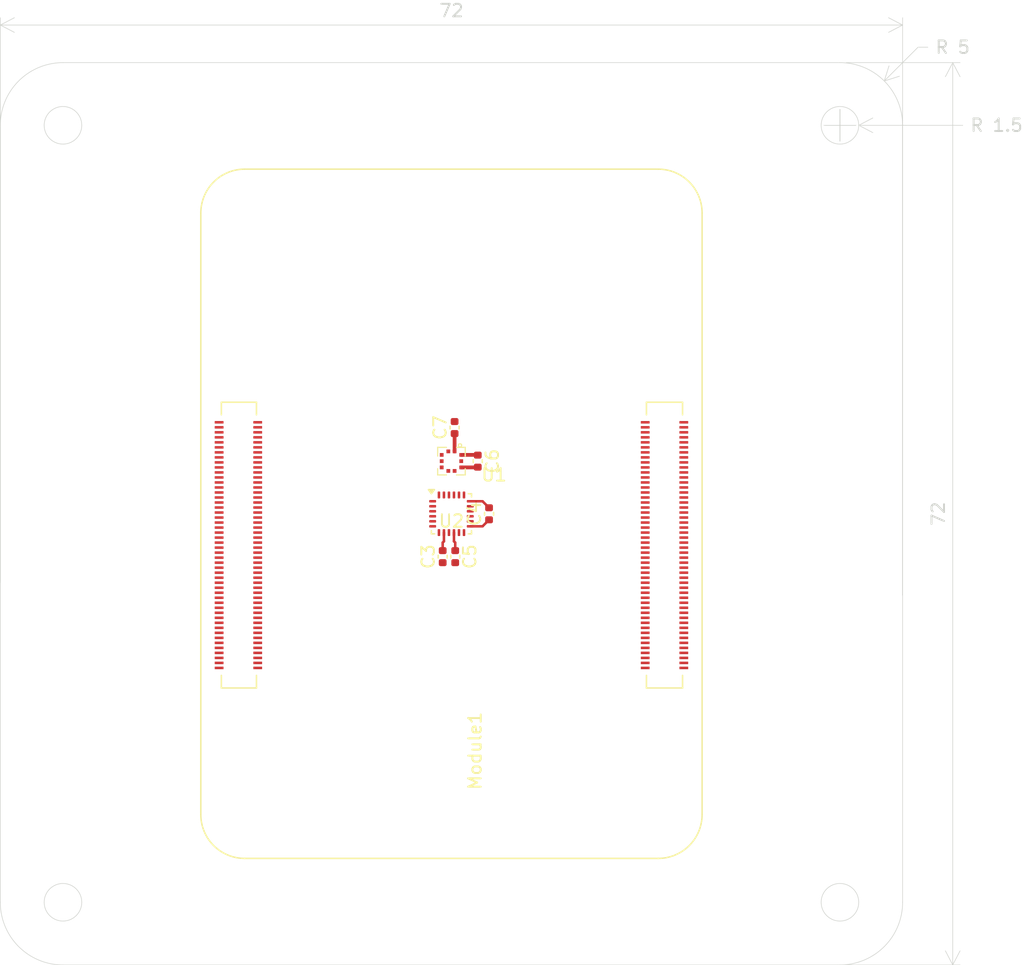
<source format=kicad_pcb>
(kicad_pcb (version 20241229) (generator "pcbnew") (generator_version "9.0")
  (title_block (title "VikramSat Avionics Board") (date "20 July 2025") (rev "v0.1") (company "Astralis"))
  (layers (0 "F.Cu" signal) (2 "B.Cu" signal) (13 "F.Paste" user) (15 "B.Paste" user) (5 "F.SilkS" user "F.Silkscreen") (7 "B.SilkS" user "B.Silkscreen") (1 "F.Mask" user) (3 "B.Mask" user) (25 "Edge.Cuts" user))
  (net 0 "")
  (net 1 "+1V8")
  (net 2 "GND")
  (net 3 "+3V3")
  (net 4 "Net-(U1-REGOUT)")
  (net 5 "/CC2")
  (net 6 "/D+")
  (net 7 "/D-")
  (net 8 "/CC1")
  (net 18 "/MISO1")
  (net 22 "+5V")
  (net 58 "/MOSI1")
  (net 108 "/SCLK1")
  (net 155 "/CS_IMU")
  (net 160 "/CS_BMP")
  (footprint "Avionics-Board:RPi-CM5" (layer "F.Cu") (at 128.1 129.2)
    (property "Reference" "Module1" (at 18.38 -5.08 270) (layer "F.SilkS"))
    (property "Value" "ComputeModule5-CM5")
    (fp_line (start -3.5 -48) (end -3.5 0) (stroke (width 0.12)) (layer "F.SilkS"))
    (fp_line (start -1.86 -32.9) (end -1.86 -31.9) (stroke (width 0.12)) (layer "F.SilkS"))
    (fp_line (start -1.86 -32.9) (end 0.94 -32.9) (stroke (width 0.12)) (layer "F.SilkS"))
    (fp_line (start -1.86 -10.1) (end -1.86 -11.1) (stroke (width 0.12)) (layer "F.SilkS"))
    (fp_line (start -1.86 -10.1) (end 0.94 -10.1) (stroke (width 0.12)) (layer "F.SilkS"))
    (fp_line (start 0 3.5) (end 33 3.5) (stroke (width 0.12)) (layer "F.SilkS"))
    (fp_line (start 0.94 -32.9) (end 0.94 -31.9) (stroke (width 0.12)) (layer "F.SilkS"))
    (fp_line (start 0.94 -10.1) (end 0.94 -11.1) (stroke (width 0.12)) (layer "F.SilkS"))
    (fp_line (start 32.06 -32.9) (end 32.06 -31.9) (stroke (width 0.12)) (layer "F.SilkS"))
    (fp_line (start 32.06 -32.9) (end 34.94 -32.9) (stroke (width 0.12)) (layer "F.SilkS"))
    (fp_line (start 32.06 -10.1) (end 32.06 -11.1) (stroke (width 0.12)) (layer "F.SilkS"))
    (fp_line (start 32.06 -10.1) (end 34.94 -10.1) (stroke (width 0.12)) (layer "F.SilkS"))
    (fp_line (start 33 -51.5) (end 0 -51.5) (stroke (width 0.12)) (layer "F.SilkS"))
    (fp_line (start 34.94 -32.9) (end 34.94 -31.9) (stroke (width 0.12)) (layer "F.SilkS"))
    (fp_line (start 34.94 -10.1) (end 34.94 -11.1) (stroke (width 0.12)) (layer "F.SilkS"))
    (fp_line (start 36.5 0) (end 36.5 -48) (stroke (width 0.12)) (layer "F.SilkS"))
    (fp_arc (start -3.5 -48) (mid -2.474874 -50.474874) (end 0 -51.5) (stroke (width 0.12)) (layer "F.SilkS"))
    (fp_arc (start 0 3.5) (mid -2.474874 2.474874) (end -3.5 0) (stroke (width 0.12)) (layer "F.SilkS"))
    (fp_arc (start 33 -51.5) (mid 35.474874 -50.474874) (end 36.5 -48) (stroke (width 0.12)) (layer "F.SilkS"))
    (fp_arc (start 36.5 0) (mid 35.474874 2.474874) (end 33 3.5) (stroke (width 0.12)) (layer "F.SilkS"))
    (pad "" np_thru_hole circle (at 0 -48) (size 2.7 2.7) (drill 2.7) (layers "*.Cu" "*.Mask") (clearance 1.7))
    (pad "" np_thru_hole circle (at 0 0) (size 2.7 2.7) (drill 2.7) (layers "*.Cu" "*.Mask") (clearance 1.7))
    (pad "" np_thru_hole circle (at 33 -48) (size 2.7 2.7) (drill 2.7) (layers "*.Cu" "*.Mask") (clearance 1.7))
    (pad "" np_thru_hole circle (at 33 0) (size 2.7 2.7) (drill 2.7) (layers "*.Cu" "*.Mask") (clearance 1.7))
    (pad "1" smd rect (at -2.04 -31.3 270) (size 0.2 0.7) (layers "F.Cu" "F.Mask" "F.Paste") (net 2 "GND"))
    (pad "2" smd rect (at 1.04 -31.3 270) (size 0.2 0.7) (layers "F.Cu" "F.Mask" "F.Paste") (net 2 "GND"))
    (pad "3" smd rect (at -2.04 -30.9 270) (size 0.2 0.7) (layers "F.Cu" "F.Mask" "F.Paste"))
    (pad "4" smd rect (at 1.04 -30.9 270) (size 0.2 0.7) (layers "F.Cu" "F.Mask" "F.Paste"))
    (pad "5" smd rect (at -2.04 -30.5 270) (size 0.2 0.7) (layers "F.Cu" "F.Mask" "F.Paste"))
    (pad "6" smd rect (at 1.04 -30.5 270) (size 0.2 0.7) (layers "F.Cu" "F.Mask" "F.Paste"))
    (pad "7" smd rect (at -2.04 -30.1 270) (size 0.2 0.7) (layers "F.Cu" "F.Mask" "F.Paste") (net 2 "GND"))
    (pad "8" smd rect (at 1.04 -30.1 270) (size 0.2 0.7) (layers "F.Cu" "F.Mask" "F.Paste") (net 2 "GND"))
    (pad "9" smd rect (at -2.04 -29.7 270) (size 0.2 0.7) (layers "F.Cu" "F.Mask" "F.Paste"))
    (pad "10" smd rect (at 1.04 -29.7 270) (size 0.2 0.7) (layers "F.Cu" "F.Mask" "F.Paste"))
    (pad "11" smd rect (at -2.04 -29.3 270) (size 0.2 0.7) (layers "F.Cu" "F.Mask" "F.Paste"))
    (pad "12" smd rect (at 1.04 -29.3 270) (size 0.2 0.7) (layers "F.Cu" "F.Mask" "F.Paste"))
    (pad "13" smd rect (at -2.04 -28.9 270) (size 0.2 0.7) (layers "F.Cu" "F.Mask" "F.Paste") (net 2 "GND"))
    (pad "14" smd rect (at 1.04 -28.9 270) (size 0.2 0.7) (layers "F.Cu" "F.Mask" "F.Paste") (net 2 "GND"))
    (pad "15" smd rect (at -2.04 -28.5 270) (size 0.2 0.7) (layers "F.Cu" "F.Mask" "F.Paste"))
    (pad "16" smd rect (at 1.04 -28.5 270) (size 0.2 0.7) (layers "F.Cu" "F.Mask" "F.Paste"))
    (pad "17" smd rect (at -2.04 -28.1 270) (size 0.2 0.7) (layers "F.Cu" "F.Mask" "F.Paste"))
    (pad "18" smd rect (at 1.04 -28.1 270) (size 0.2 0.7) (layers "F.Cu" "F.Mask" "F.Paste"))
    (pad "19" smd rect (at -2.04 -27.7 270) (size 0.2 0.7) (layers "F.Cu" "F.Mask" "F.Paste"))
    (pad "20" smd rect (at 1.04 -27.7 270) (size 0.2 0.7) (layers "F.Cu" "F.Mask" "F.Paste"))
    (pad "21" smd rect (at -2.04 -27.3 270) (size 0.2 0.7) (layers "F.Cu" "F.Mask" "F.Paste"))
    (pad "22" smd rect (at 1.04 -27.3 270) (size 0.2 0.7) (layers "F.Cu" "F.Mask" "F.Paste") (net 2 "GND"))
    (pad "23" smd rect (at -2.04 -26.9 270) (size 0.2 0.7) (layers "F.Cu" "F.Mask" "F.Paste") (net 2 "GND"))
    (pad "24" smd rect (at 1.04 -26.9 270) (size 0.2 0.7) (layers "F.Cu" "F.Mask" "F.Paste"))
    (pad "25" smd rect (at -2.04 -26.5 270) (size 0.2 0.7) (layers "F.Cu" "F.Mask" "F.Paste") (net 108 "/SCLK1"))
    (pad "26" smd rect (at 1.04 -26.5 270) (size 0.2 0.7) (layers "F.Cu" "F.Mask" "F.Paste") (net 18 "/MISO1"))
    (pad "27" smd rect (at -2.04 -26.1 270) (size 0.2 0.7) (layers "F.Cu" "F.Mask" "F.Paste") (net 58 "/MOSI1"))
    (pad "28" smd rect (at 1.04 -26.1 270) (size 0.2 0.7) (layers "F.Cu" "F.Mask" "F.Paste"))
    (pad "29" smd rect (at -2.04 -25.7 270) (size 0.2 0.7) (layers "F.Cu" "F.Mask" "F.Paste"))
    (pad "30" smd rect (at 1.04 -25.7 270) (size 0.2 0.7) (layers "F.Cu" "F.Mask" "F.Paste"))
    (pad "31" smd rect (at -2.04 -25.3 270) (size 0.2 0.7) (layers "F.Cu" "F.Mask" "F.Paste"))
    (pad "32" smd rect (at 1.04 -25.3 270) (size 0.2 0.7) (layers "F.Cu" "F.Mask" "F.Paste") (net 2 "GND"))
    (pad "33" smd rect (at -2.04 -24.9 270) (size 0.2 0.7) (layers "F.Cu" "F.Mask" "F.Paste") (net 2 "GND"))
    (pad "34" smd rect (at 1.04 -24.9 270) (size 0.2 0.7) (layers "F.Cu" "F.Mask" "F.Paste"))
    (pad "35" smd rect (at -2.04 -24.5 270) (size 0.2 0.7) (layers "F.Cu" "F.Mask" "F.Paste"))
    (pad "36" smd rect (at 1.04 -24.5 270) (size 0.2 0.7) (layers "F.Cu" "F.Mask" "F.Paste"))
    (pad "37" smd rect (at -2.04 -24.1 270) (size 0.2 0.7) (layers "F.Cu" "F.Mask" "F.Paste"))
    (pad "38" smd rect (at 1.04 -24.1 270) (size 0.2 0.7) (layers "F.Cu" "F.Mask" "F.Paste"))
    (pad "39" smd rect (at -2.04 -23.7 270) (size 0.2 0.7) (layers "F.Cu" "F.Mask" "F.Paste"))
    (pad "40" smd rect (at 1.04 -23.7 270) (size 0.2 0.7) (layers "F.Cu" "F.Mask" "F.Paste"))
    (pad "41" smd rect (at -2.04 -23.3 270) (size 0.2 0.7) (layers "F.Cu" "F.Mask" "F.Paste"))
    (pad "42" smd rect (at 1.04 -23.3 270) (size 0.2 0.7) (layers "F.Cu" "F.Mask" "F.Paste") (net 2 "GND"))
    (pad "43" smd rect (at -2.04 -22.9 270) (size 0.2 0.7) (layers "F.Cu" "F.Mask" "F.Paste") (net 2 "GND"))
    (pad "44" smd rect (at 1.04 -22.9 270) (size 0.2 0.7) (layers "F.Cu" "F.Mask" "F.Paste"))
    (pad "45" smd rect (at -2.04 -22.5 270) (size 0.2 0.7) (layers "F.Cu" "F.Mask" "F.Paste"))
    (pad "46" smd rect (at 1.04 -22.5 270) (size 0.2 0.7) (layers "F.Cu" "F.Mask" "F.Paste"))
    (pad "47" smd rect (at -2.04 -22.1 270) (size 0.2 0.7) (layers "F.Cu" "F.Mask" "F.Paste"))
    (pad "48" smd rect (at 1.04 -22.1 270) (size 0.2 0.7) (layers "F.Cu" "F.Mask" "F.Paste"))
    (pad "49" smd rect (at -2.04 -21.7 270) (size 0.2 0.7) (layers "F.Cu" "F.Mask" "F.Paste"))
    (pad "50" smd rect (at 1.04 -21.7 270) (size 0.2 0.7) (layers "F.Cu" "F.Mask" "F.Paste"))
    (pad "51" smd rect (at -2.04 -21.3 270) (size 0.2 0.7) (layers "F.Cu" "F.Mask" "F.Paste"))
    (pad "52" smd rect (at 1.04 -21.3 270) (size 0.2 0.7) (layers "F.Cu" "F.Mask" "F.Paste") (net 2 "GND"))
    (pad "53" smd rect (at -2.04 -20.9 270) (size 0.2 0.7) (layers "F.Cu" "F.Mask" "F.Paste") (net 2 "GND"))
    (pad "54" smd rect (at 1.04 -20.9 270) (size 0.2 0.7) (layers "F.Cu" "F.Mask" "F.Paste"))
    (pad "55" smd rect (at -2.04 -20.5 270) (size 0.2 0.7) (layers "F.Cu" "F.Mask" "F.Paste"))
    (pad "56" smd rect (at 1.04 -20.5 270) (size 0.2 0.7) (layers "F.Cu" "F.Mask" "F.Paste"))
    (pad "57" smd rect (at -2.04 -20.1 270) (size 0.2 0.7) (layers "F.Cu" "F.Mask" "F.Paste"))
    (pad "58" smd rect (at 1.04 -20.1 270) (size 0.2 0.7) (layers "F.Cu" "F.Mask" "F.Paste"))
    (pad "59" smd rect (at -2.04 -19.7 270) (size 0.2 0.7) (layers "F.Cu" "F.Mask" "F.Paste") (net 2 "GND"))
    (pad "60" smd rect (at 1.04 -19.7 270) (size 0.2 0.7) (layers "F.Cu" "F.Mask" "F.Paste") (net 2 "GND"))
    (pad "61" smd rect (at -2.04 -19.3 270) (size 0.2 0.7) (layers "F.Cu" "F.Mask" "F.Paste"))
    (pad "62" smd rect (at 1.04 -19.3 270) (size 0.2 0.7) (layers "F.Cu" "F.Mask" "F.Paste"))
    (pad "63" smd rect (at -2.04 -18.9 270) (size 0.2 0.7) (layers "F.Cu" "F.Mask" "F.Paste"))
    (pad "64" smd rect (at 1.04 -18.9 270) (size 0.2 0.7) (layers "F.Cu" "F.Mask" "F.Paste"))
    (pad "65" smd rect (at -2.04 -18.5 270) (size 0.2 0.7) (layers "F.Cu" "F.Mask" "F.Paste") (net 2 "GND"))
    (pad "66" smd rect (at 1.04 -18.5 270) (size 0.2 0.7) (layers "F.Cu" "F.Mask" "F.Paste") (net 2 "GND"))
    (pad "67" smd rect (at -2.04 -18.1 270) (size 0.2 0.7) (layers "F.Cu" "F.Mask" "F.Paste"))
    (pad "68" smd rect (at 1.04 -18.1 270) (size 0.2 0.7) (layers "F.Cu" "F.Mask" "F.Paste"))
    (pad "69" smd rect (at -2.04 -17.7 270) (size 0.2 0.7) (layers "F.Cu" "F.Mask" "F.Paste"))
    (pad "70" smd rect (at 1.04 -17.7 270) (size 0.2 0.7) (layers "F.Cu" "F.Mask" "F.Paste"))
    (pad "71" smd rect (at -2.04 -17.3 270) (size 0.2 0.7) (layers "F.Cu" "F.Mask" "F.Paste") (net 2 "GND"))
    (pad "72" smd rect (at 1.04 -17.3 270) (size 0.2 0.7) (layers "F.Cu" "F.Mask" "F.Paste"))
    (pad "73" smd rect (at -2.04 -16.9 270) (size 0.2 0.7) (layers "F.Cu" "F.Mask" "F.Paste"))
    (pad "74" smd rect (at 1.04 -16.9 270) (size 0.2 0.7) (layers "F.Cu" "F.Mask" "F.Paste") (net 2 "GND"))
    (pad "75" smd rect (at -2.04 -16.5 270) (size 0.2 0.7) (layers "F.Cu" "F.Mask" "F.Paste"))
    (pad "76" smd rect (at 1.04 -16.5 270) (size 0.2 0.7) (layers "F.Cu" "F.Mask" "F.Paste"))
    (pad "77" smd rect (at -2.04 -16.1 270) (size 0.2 0.7) (layers "F.Cu" "F.Mask" "F.Paste") (net 22 "+5V"))
    (pad "78" smd rect (at 1.04 -16.1 270) (size 0.2 0.7) (layers "F.Cu" "F.Mask" "F.Paste"))
    (pad "79" smd rect (at -2.04 -15.7 270) (size 0.2 0.7) (layers "F.Cu" "F.Mask" "F.Paste") (net 22 "+5V"))
    (pad "80" smd rect (at 1.04 -15.7 270) (size 0.2 0.7) (layers "F.Cu" "F.Mask" "F.Paste"))
    (pad "81" smd rect (at -2.04 -15.3 270) (size 0.2 0.7) (layers "F.Cu" "F.Mask" "F.Paste") (net 22 "+5V"))
    (pad "82" smd rect (at 1.04 -15.3 270) (size 0.2 0.7) (layers "F.Cu" "F.Mask" "F.Paste"))
    (pad "83" smd rect (at -2.04 -14.9 270) (size 0.2 0.7) (layers "F.Cu" "F.Mask" "F.Paste") (net 22 "+5V"))
    (pad "84" smd rect (at 1.04 -14.9 270) (size 0.2 0.7) (layers "F.Cu" "F.Mask" "F.Paste") (net 3 "+3V3"))
    (pad "85" smd rect (at -2.04 -14.5 270) (size 0.2 0.7) (layers "F.Cu" "F.Mask" "F.Paste") (net 22 "+5V"))
    (pad "86" smd rect (at 1.04 -14.5 270) (size 0.2 0.7) (layers "F.Cu" "F.Mask" "F.Paste") (net 3 "+3V3"))
    (pad "87" smd rect (at -2.04 -14.1 270) (size 0.2 0.7) (layers "F.Cu" "F.Mask" "F.Paste") (net 22 "+5V"))
    (pad "88" smd rect (at 1.04 -14.1 270) (size 0.2 0.7) (layers "F.Cu" "F.Mask" "F.Paste") (net 1 "+1V8"))
    (pad "89" smd rect (at -2.04 -13.7 270) (size 0.2 0.7) (layers "F.Cu" "F.Mask" "F.Paste"))
    (pad "90" smd rect (at 1.04 -13.7 270) (size 0.2 0.7) (layers "F.Cu" "F.Mask" "F.Paste") (net 1 "+1V8"))
    (pad "91" smd rect (at -2.04 -13.3 270) (size 0.2 0.7) (layers "F.Cu" "F.Mask" "F.Paste"))
    (pad "92" smd rect (at 1.04 -13.3 270) (size 0.2 0.7) (layers "F.Cu" "F.Mask" "F.Paste"))
    (pad "93" smd rect (at -2.04 -12.9 270) (size 0.2 0.7) (layers "F.Cu" "F.Mask" "F.Paste"))
    (pad "94" smd rect (at 1.04 -12.9 270) (size 0.2 0.7) (layers "F.Cu" "F.Mask" "F.Paste") (net 8 "/CC1"))
    (pad "95" smd rect (at -2.04 -12.5 270) (size 0.2 0.7) (layers "F.Cu" "F.Mask" "F.Paste"))
    (pad "96" smd rect (at 1.04 -12.5 270) (size 0.2 0.7) (layers "F.Cu" "F.Mask" "F.Paste") (net 5 "/CC2"))
    (pad "97" smd rect (at -2.04 -12.1 270) (size 0.2 0.7) (layers "F.Cu" "F.Mask" "F.Paste"))
    (pad "98" smd rect (at 1.04 -12.1 270) (size 0.2 0.7) (layers "F.Cu" "F.Mask" "F.Paste") (net 2 "GND"))
    (pad "99" smd rect (at -2.04 -11.7 270) (size 0.2 0.7) (layers "F.Cu" "F.Mask" "F.Paste"))
    (pad "100" smd rect (at 1.04 -11.7 270) (size 0.2 0.7) (layers "F.Cu" "F.Mask" "F.Paste"))
    (pad "101" smd rect (at 31.96 -31.3 270) (size 0.2 0.7) (layers "F.Cu" "F.Mask" "F.Paste"))
    (pad "102" smd rect (at 35.04 -31.3 270) (size 0.2 0.7) (layers "F.Cu" "F.Mask" "F.Paste"))
    (pad "103" smd rect (at 31.96 -30.9 270) (size 0.2 0.7) (layers "F.Cu" "F.Mask" "F.Paste") (net 7 "/D-"))
    (pad "104" smd rect (at 35.04 -30.9 270) (size 0.2 0.7) (layers "F.Cu" "F.Mask" "F.Paste"))
    (pad "105" smd rect (at 31.96 -30.5 270) (size 0.2 0.7) (layers "F.Cu" "F.Mask" "F.Paste") (net 6 "/D+"))
    (pad "106" smd rect (at 35.04 -30.5 270) (size 0.2 0.7) (layers "F.Cu" "F.Mask" "F.Paste"))
    (pad "107" smd rect (at 31.96 -30.1 270) (size 0.2 0.7) (layers "F.Cu" "F.Mask" "F.Paste") (net 2 "GND"))
    (pad "108" smd rect (at 35.04 -30.1 270) (size 0.2 0.7) (layers "F.Cu" "F.Mask" "F.Paste") (net 2 "GND"))
    (pad "109" smd rect (at 31.96 -29.7 270) (size 0.2 0.7) (layers "F.Cu" "F.Mask" "F.Paste"))
    (pad "110" smd rect (at 35.04 -29.7 270) (size 0.2 0.7) (layers "F.Cu" "F.Mask" "F.Paste"))
    (pad "111" smd rect (at 31.96 -29.3 270) (size 0.2 0.7) (layers "F.Cu" "F.Mask" "F.Paste"))
    (pad "112" smd rect (at 35.04 -29.3 270) (size 0.2 0.7) (layers "F.Cu" "F.Mask" "F.Paste"))
    (pad "113" smd rect (at 31.96 -28.9 270) (size 0.2 0.7) (layers "F.Cu" "F.Mask" "F.Paste") (net 2 "GND"))
    (pad "114" smd rect (at 35.04 -28.9 270) (size 0.2 0.7) (layers "F.Cu" "F.Mask" "F.Paste") (net 2 "GND"))
    (pad "115" smd rect (at 31.96 -28.5 270) (size 0.2 0.7) (layers "F.Cu" "F.Mask" "F.Paste"))
    (pad "116" smd rect (at 35.04 -28.5 270) (size 0.2 0.7) (layers "F.Cu" "F.Mask" "F.Paste"))
    (pad "117" smd rect (at 31.96 -28.1 270) (size 0.2 0.7) (layers "F.Cu" "F.Mask" "F.Paste"))
    (pad "118" smd rect (at 35.04 -28.1 270) (size 0.2 0.7) (layers "F.Cu" "F.Mask" "F.Paste"))
    (pad "119" smd rect (at 31.96 -27.7 270) (size 0.2 0.7) (layers "F.Cu" "F.Mask" "F.Paste") (net 2 "GND"))
    (pad "120" smd rect (at 35.04 -27.7 270) (size 0.2 0.7) (layers "F.Cu" "F.Mask" "F.Paste") (net 2 "GND"))
    (pad "121" smd rect (at 31.96 -27.3 270) (size 0.2 0.7) (layers "F.Cu" "F.Mask" "F.Paste"))
    (pad "122" smd rect (at 35.04 -27.3 270) (size 0.2 0.7) (layers "F.Cu" "F.Mask" "F.Paste"))
    (pad "123" smd rect (at 31.96 -26.9 270) (size 0.2 0.7) (layers "F.Cu" "F.Mask" "F.Paste"))
    (pad "124" smd rect (at 35.04 -26.9 270) (size 0.2 0.7) (layers "F.Cu" "F.Mask" "F.Paste"))
    (pad "125" smd rect (at 31.96 -26.5 270) (size 0.2 0.7) (layers "F.Cu" "F.Mask" "F.Paste") (net 2 "GND"))
    (pad "126" smd rect (at 35.04 -26.5 270) (size 0.2 0.7) (layers "F.Cu" "F.Mask" "F.Paste") (net 2 "GND"))
    (pad "127" smd rect (at 31.96 -26.1 270) (size 0.2 0.7) (layers "F.Cu" "F.Mask" "F.Paste"))
    (pad "128" smd rect (at 35.04 -26.1 270) (size 0.2 0.7) (layers "F.Cu" "F.Mask" "F.Paste"))
    (pad "129" smd rect (at 31.96 -25.7 270) (size 0.2 0.7) (layers "F.Cu" "F.Mask" "F.Paste"))
    (pad "130" smd rect (at 35.04 -25.7 270) (size 0.2 0.7) (layers "F.Cu" "F.Mask" "F.Paste"))
    (pad "131" smd rect (at 31.96 -25.3 270) (size 0.2 0.7) (layers "F.Cu" "F.Mask" "F.Paste") (net 2 "GND"))
    (pad "132" smd rect (at 35.04 -25.3 270) (size 0.2 0.7) (layers "F.Cu" "F.Mask" "F.Paste") (net 2 "GND"))
    (pad "133" smd rect (at 31.96 -24.9 270) (size 0.2 0.7) (layers "F.Cu" "F.Mask" "F.Paste"))
    (pad "134" smd rect (at 35.04 -24.9 270) (size 0.2 0.7) (layers "F.Cu" "F.Mask" "F.Paste"))
    (pad "135" smd rect (at 31.96 -24.5 270) (size 0.2 0.7) (layers "F.Cu" "F.Mask" "F.Paste"))
    (pad "136" smd rect (at 35.04 -24.5 270) (size 0.2 0.7) (layers "F.Cu" "F.Mask" "F.Paste"))
    (pad "137" smd rect (at 31.96 -24.1 270) (size 0.2 0.7) (layers "F.Cu" "F.Mask" "F.Paste") (net 2 "GND"))
    (pad "138" smd rect (at 35.04 -24.1 270) (size 0.2 0.7) (layers "F.Cu" "F.Mask" "F.Paste") (net 2 "GND"))
    (pad "139" smd rect (at 31.96 -23.7 270) (size 0.2 0.7) (layers "F.Cu" "F.Mask" "F.Paste"))
    (pad "140" smd rect (at 35.04 -23.7 270) (size 0.2 0.7) (layers "F.Cu" "F.Mask" "F.Paste"))
    (pad "141" smd rect (at 31.96 -23.3 270) (size 0.2 0.7) (layers "F.Cu" "F.Mask" "F.Paste"))
    (pad "142" smd rect (at 35.04 -23.3 270) (size 0.2 0.7) (layers "F.Cu" "F.Mask" "F.Paste"))
    (pad "143" smd rect (at 31.96 -22.9 270) (size 0.2 0.7) (layers "F.Cu" "F.Mask" "F.Paste"))
    (pad "144" smd rect (at 35.04 -22.9 270) (size 0.2 0.7) (layers "F.Cu" "F.Mask" "F.Paste") (net 2 "GND"))
    (pad "145" smd rect (at 31.96 -22.5 270) (size 0.2 0.7) (layers "F.Cu" "F.Mask" "F.Paste"))
    (pad "146" smd rect (at 35.04 -22.5 270) (size 0.2 0.7) (layers "F.Cu" "F.Mask" "F.Paste"))
    (pad "147" smd rect (at 31.96 -22.1 270) (size 0.2 0.7) (layers "F.Cu" "F.Mask" "F.Paste"))
    (pad "148" smd rect (at 35.04 -22.1 270) (size 0.2 0.7) (layers "F.Cu" "F.Mask" "F.Paste"))
    (pad "149" smd rect (at 31.96 -21.7 270) (size 0.2 0.7) (layers "F.Cu" "F.Mask" "F.Paste") (net 2 "GND"))
    (pad "150" smd rect (at 35.04 -21.7 270) (size 0.2 0.7) (layers "F.Cu" "F.Mask" "F.Paste") (net 2 "GND"))
    (pad "151" smd rect (at 31.96 -21.3 270) (size 0.2 0.7) (layers "F.Cu" "F.Mask" "F.Paste"))
    (pad "152" smd rect (at 35.04 -21.3 270) (size 0.2 0.7) (layers "F.Cu" "F.Mask" "F.Paste"))
    (pad "153" smd rect (at 31.96 -20.9 270) (size 0.2 0.7) (layers "F.Cu" "F.Mask" "F.Paste"))
    (pad "154" smd rect (at 35.04 -20.9 270) (size 0.2 0.7) (layers "F.Cu" "F.Mask" "F.Paste"))
    (pad "155" smd rect (at 31.96 -20.5 270) (size 0.2 0.7) (layers "F.Cu" "F.Mask" "F.Paste") (net 2 "GND"))
    (pad "156" smd rect (at 35.04 -20.5 270) (size 0.2 0.7) (layers "F.Cu" "F.Mask" "F.Paste") (net 2 "GND"))
    (pad "157" smd rect (at 31.96 -20.1 270) (size 0.2 0.7) (layers "F.Cu" "F.Mask" "F.Paste"))
    (pad "158" smd rect (at 35.04 -20.1 270) (size 0.2 0.7) (layers "F.Cu" "F.Mask" "F.Paste"))
    (pad "159" smd rect (at 31.96 -19.7 270) (size 0.2 0.7) (layers "F.Cu" "F.Mask" "F.Paste"))
    (pad "160" smd rect (at 35.04 -19.7 270) (size 0.2 0.7) (layers "F.Cu" "F.Mask" "F.Paste"))
    (pad "161" smd rect (at 31.96 -19.3 270) (size 0.2 0.7) (layers "F.Cu" "F.Mask" "F.Paste") (net 2 "GND"))
    (pad "162" smd rect (at 35.04 -19.3 270) (size 0.2 0.7) (layers "F.Cu" "F.Mask" "F.Paste") (net 2 "GND"))
    (pad "163" smd rect (at 31.96 -18.9 270) (size 0.2 0.7) (layers "F.Cu" "F.Mask" "F.Paste"))
    (pad "164" smd rect (at 35.04 -18.9 270) (size 0.2 0.7) (layers "F.Cu" "F.Mask" "F.Paste"))
    (pad "165" smd rect (at 31.96 -18.5 270) (size 0.2 0.7) (layers "F.Cu" "F.Mask" "F.Paste"))
    (pad "166" smd rect (at 35.04 -18.5 270) (size 0.2 0.7) (layers "F.Cu" "F.Mask" "F.Paste"))
    (pad "167" smd rect (at 31.96 -18.1 270) (size 0.2 0.7) (layers "F.Cu" "F.Mask" "F.Paste") (net 2 "GND"))
    (pad "168" smd rect (at 35.04 -18.1 270) (size 0.2 0.7) (layers "F.Cu" "F.Mask" "F.Paste") (net 2 "GND"))
    (pad "169" smd rect (at 31.96 -17.7 270) (size 0.2 0.7) (layers "F.Cu" "F.Mask" "F.Paste"))
    (pad "170" smd rect (at 35.04 -17.7 270) (size 0.2 0.7) (layers "F.Cu" "F.Mask" "F.Paste"))
    (pad "171" smd rect (at 31.96 -17.3 270) (size 0.2 0.7) (layers "F.Cu" "F.Mask" "F.Paste"))
    (pad "172" smd rect (at 35.04 -17.3 270) (size 0.2 0.7) (layers "F.Cu" "F.Mask" "F.Paste"))
    (pad "173" smd rect (at 31.96 -16.9 270) (size 0.2 0.7) (layers "F.Cu" "F.Mask" "F.Paste") (net 2 "GND"))
    (pad "174" smd rect (at 35.04 -16.9 270) (size 0.2 0.7) (layers "F.Cu" "F.Mask" "F.Paste") (net 2 "GND"))
    (pad "175" smd rect (at 31.96 -16.5 270) (size 0.2 0.7) (layers "F.Cu" "F.Mask" "F.Paste"))
    (pad "176" smd rect (at 35.04 -16.5 270) (size 0.2 0.7) (layers "F.Cu" "F.Mask" "F.Paste"))
    (pad "177" smd rect (at 31.96 -16.1 270) (size 0.2 0.7) (layers "F.Cu" "F.Mask" "F.Paste"))
    (pad "178" smd rect (at 35.04 -16.1 270) (size 0.2 0.7) (layers "F.Cu" "F.Mask" "F.Paste"))
    (pad "179" smd rect (at 31.96 -15.7 270) (size 0.2 0.7) (layers "F.Cu" "F.Mask" "F.Paste") (net 2 "GND"))
    (pad "180" smd rect (at 35.04 -15.7 270) (size 0.2 0.7) (layers "F.Cu" "F.Mask" "F.Paste") (net 2 "GND"))
    (pad "181" smd rect (at 31.96 -15.3 270) (size 0.2 0.7) (layers "F.Cu" "F.Mask" "F.Paste"))
    (pad "182" smd rect (at 35.04 -15.3 270) (size 0.2 0.7) (layers "F.Cu" "F.Mask" "F.Paste"))
    (pad "183" smd rect (at 31.96 -14.9 270) (size 0.2 0.7) (layers "F.Cu" "F.Mask" "F.Paste"))
    (pad "184" smd rect (at 35.04 -14.9 270) (size 0.2 0.7) (layers "F.Cu" "F.Mask" "F.Paste"))
    (pad "185" smd rect (at 31.96 -14.5 270) (size 0.2 0.7) (layers "F.Cu" "F.Mask" "F.Paste") (net 2 "GND"))
    (pad "186" smd rect (at 35.04 -14.5 270) (size 0.2 0.7) (layers "F.Cu" "F.Mask" "F.Paste") (net 2 "GND"))
    (pad "187" smd rect (at 31.96 -14.1 270) (size 0.2 0.7) (layers "F.Cu" "F.Mask" "F.Paste"))
    (pad "188" smd rect (at 35.04 -14.1 270) (size 0.2 0.7) (layers "F.Cu" "F.Mask" "F.Paste"))
    (pad "189" smd rect (at 31.96 -13.7 270) (size 0.2 0.7) (layers "F.Cu" "F.Mask" "F.Paste"))
    (pad "190" smd rect (at 35.04 -13.7 270) (size 0.2 0.7) (layers "F.Cu" "F.Mask" "F.Paste"))
    (pad "191" smd rect (at 31.96 -13.3 270) (size 0.2 0.7) (layers "F.Cu" "F.Mask" "F.Paste") (net 2 "GND"))
    (pad "192" smd rect (at 35.04 -13.3 270) (size 0.2 0.7) (layers "F.Cu" "F.Mask" "F.Paste") (net 2 "GND"))
    (pad "193" smd rect (at 31.96 -12.9 270) (size 0.2 0.7) (layers "F.Cu" "F.Mask" "F.Paste"))
    (pad "194" smd rect (at 35.04 -12.9 270) (size 0.2 0.7) (layers "F.Cu" "F.Mask" "F.Paste"))
    (pad "195" smd rect (at 31.96 -12.5 270) (size 0.2 0.7) (layers "F.Cu" "F.Mask" "F.Paste"))
    (pad "196" smd rect (at 35.04 -12.5 270) (size 0.2 0.7) (layers "F.Cu" "F.Mask" "F.Paste"))
    (pad "197" smd rect (at 31.96 -12.1 270) (size 0.2 0.7) (layers "F.Cu" "F.Mask" "F.Paste") (net 2 "GND"))
    (pad "198" smd rect (at 35.04 -12.1 270) (size 0.2 0.7) (layers "F.Cu" "F.Mask" "F.Paste") (net 2 "GND"))
    (pad "199" smd rect (at 31.96 -11.7 270) (size 0.2 0.7) (layers "F.Cu" "F.Mask" "F.Paste"))
    (pad "200" smd rect (at 35.04 -11.7 270) (size 0.2 0.7) (layers "F.Cu" "F.Mask" "F.Paste"))
  )
  (footprint "Capacitor_SMD:C_0402_1005Metric" (layer "F.Cu") (at 144.9 108.62 -90)
    (property "Reference" "C5" (at 0 -1.16 90) (layer "F.SilkS"))
    (property "Value" "100nF" (hide yes))
    (fp_line (start -0.107836 0.36) (end 0.107836 0.36) (stroke (width 0.12)) (layer "F.SilkS"))
    (fp_line (start -0.107836 -0.36) (end 0.107836 -0.36) (stroke (width 0.12)) (layer "F.SilkS"))
    (pad "1" smd roundrect (at -0.48 0 270) (size 0.56 0.62) (layers "F.Cu" "F.Mask" "F.Paste") (net 4 "Net-(U1-REGOUT)"))
    (pad "2" smd roundrect (at 0.48 0 270) (size 0.56 0.62) (layers "F.Cu" "F.Mask" "F.Paste") (net 2 "GND"))
  )
  (footprint "Capacitor_SMD:C_0402_1005Metric" (layer "F.Cu") (at 143.9 108.62 90)
    (property "Reference" "C3" (at 0 -1.16 90) (layer "F.SilkS"))
    (property "Value" "100nF" (hide yes))
    (fp_line (start -0.107836 -0.36) (end 0.107836 -0.36) (stroke (width 0.12)) (layer "F.SilkS"))
    (fp_line (start -0.107836 0.36) (end 0.107836 0.36) (stroke (width 0.12)) (layer "F.SilkS"))
    (pad "1" smd roundrect (at -0.48 0 90) (size 0.56 0.62) (layers "F.Cu" "F.Mask" "F.Paste") (net 2 "GND"))
    (pad "2" smd roundrect (at 0.48 0 90) (size 0.56 0.62) (layers "F.Cu" "F.Mask" "F.Paste") (net 1 "+1V8"))
  )
  (footprint "Capacitor_SMD:C_0402_1005Metric" (layer "F.Cu") (at 147.6 105.2 90)
    (property "Reference" "C4" (at 0 -1.16 90) (layer "F.SilkS"))
    (property "Value" "100nF" (hide yes))
    (fp_line (start -0.107836 -0.36) (end 0.107836 -0.36) (stroke (width 0.12)) (layer "F.SilkS"))
    (fp_line (start -0.107836 0.36) (end 0.107836 0.36) (stroke (width 0.12)) (layer "F.SilkS"))
    (pad "1" smd roundrect (at -0.48 0 90) (size 0.56 0.62) (layers "F.Cu" "F.Mask" "F.Paste") (net 3 "+3V3"))
    (pad "2" smd roundrect (at 0.48 0 90) (size 0.56 0.62) (layers "F.Cu" "F.Mask" "F.Paste") (net 2 "GND"))
  )
  (footprint "Capacitor_SMD:C_0402_1005Metric" (layer "F.Cu") (at 146.7 101 -90)
    (property "Reference" "C6" (at 0 -1.16 90) (layer "F.SilkS"))
    (property "Value" "100nF" (hide yes))
    (fp_line (start -0.107836 0.36) (end 0.107836 0.36) (stroke (width 0.12)) (layer "F.SilkS"))
    (fp_line (start -0.107836 -0.36) (end 0.107836 -0.36) (stroke (width 0.12)) (layer "F.SilkS"))
    (pad "1" smd roundrect (at -0.48 0 270) (size 0.56 0.62) (layers "F.Cu" "F.Mask" "F.Paste") (net 3 "+3V3"))
    (pad "2" smd roundrect (at 0.48 0 270) (size 0.56 0.62) (layers "F.Cu" "F.Mask" "F.Paste") (net 2 "GND"))
  )
  (footprint "Sensor_Motion:InvenSense_QFN-24_3x3mm_P0.4mm" (layer "F.Cu") (at 144.6 105.2)
    (property "Reference" "U1" (at 3.4 -3.1 0) (layer "F.SilkS"))
    (property "Value" "ICM-20948" (hide yes))
    (fp_line (start -1.6 1.6) (end -1.6 1.35) (stroke (width 0.12)) (layer "F.SilkS"))
    (fp_line (start -1.6 1.6) (end -1.35 1.6) (stroke (width 0.12)) (layer "F.SilkS"))
    (fp_line (start 1.6 -1.6) (end 1.35 -1.6) (stroke (width 0.12)) (layer "F.SilkS"))
    (fp_line (start 1.6 -1.6) (end 1.6 -1.35) (stroke (width 0.12)) (layer "F.SilkS"))
    (fp_line (start 1.6 1.6) (end 1.35 1.6) (stroke (width 0.12)) (layer "F.SilkS"))
    (fp_line (start 1.6 1.6) (end 1.6 1.35) (stroke (width 0.12)) (layer "F.SilkS"))
    (fp_poly (pts (xy -1.6 -1.6) (xy -1.84 -1.93) (xy -1.36 -1.93) (xy -1.6 -1.6)) (stroke (width 0.12)) (fill yes) (layer "F.SilkS"))
    (pad "1" smd roundrect (at -1.5 -1) (size 0.55 0.2) (layers "F.Cu" "F.Mask" "F.Paste"))
    (pad "2" smd roundrect (at -1.5 -0.6) (size 0.55 0.2) (layers "F.Cu" "F.Mask" "F.Paste"))
    (pad "3" smd roundrect (at -1.5 -0.2) (size 0.55 0.2) (layers "F.Cu" "F.Mask" "F.Paste"))
    (pad "4" smd roundrect (at -1.5 0.2) (size 0.55 0.2) (layers "F.Cu" "F.Mask" "F.Paste"))
    (pad "5" smd roundrect (at -1.5 0.6) (size 0.55 0.2) (layers "F.Cu" "F.Mask" "F.Paste"))
    (pad "6" smd roundrect (at -1.5 1) (size 0.55 0.2) (layers "F.Cu" "F.Mask" "F.Paste"))
    (pad "7" smd roundrect (at -1 1.5 90) (size 0.55 0.2) (layers "F.Cu" "F.Mask" "F.Paste"))
    (pad "8" smd roundrect (at -0.6 1.5 90) (size 0.55 0.2) (layers "F.Cu" "F.Mask" "F.Paste") (net 1 "+1V8"))
    (pad "9" smd roundrect (at -0.2 1.5 90) (size 0.55 0.2) (layers "F.Cu" "F.Mask" "F.Paste") (net 18 "/MISO1"))
    (pad "10" smd roundrect (at 0.2 1.5 90) (size 0.55 0.2) (layers "F.Cu" "F.Mask" "F.Paste") (net 4 "Net-(U1-REGOUT)"))
    (pad "11" smd roundrect (at 0.6 1.5 90) (size 0.55 0.2) (layers "F.Cu" "F.Mask" "F.Paste") (net 2 "GND"))
    (pad "12" smd roundrect (at 1 1.5 90) (size 0.55 0.2) (layers "F.Cu" "F.Mask" "F.Paste"))
    (pad "13" smd roundrect (at 1.5 1) (size 0.55 0.2) (layers "F.Cu" "F.Mask" "F.Paste") (net 3 "+3V3"))
    (pad "14" smd roundrect (at 1.5 0.6) (size 0.55 0.2) (layers "F.Cu" "F.Mask" "F.Paste"))
    (pad "15" smd roundrect (at 1.5 0.2) (size 0.55 0.2) (layers "F.Cu" "F.Mask" "F.Paste"))
    (pad "16" smd roundrect (at 1.5 -0.2) (size 0.55 0.2) (layers "F.Cu" "F.Mask" "F.Paste"))
    (pad "17" smd roundrect (at 1.5 -0.6) (size 0.55 0.2) (layers "F.Cu" "F.Mask" "F.Paste"))
    (pad "18" smd roundrect (at 1.5 -1) (size 0.55 0.2) (layers "F.Cu" "F.Mask" "F.Paste") (net 2 "GND"))
    (pad "19" smd roundrect (at 1 -1.5 90) (size 0.55 0.2) (layers "F.Cu" "F.Mask" "F.Paste"))
    (pad "20" smd roundrect (at 0.6 -1.5 90) (size 0.55 0.2) (layers "F.Cu" "F.Mask" "F.Paste") (net 2 "GND"))
    (pad "21" smd roundrect (at 0.2 -1.5 90) (size 0.55 0.2) (layers "F.Cu" "F.Mask" "F.Paste"))
    (pad "22" smd roundrect (at -0.2 -1.5 90) (size 0.55 0.2) (layers "F.Cu" "F.Mask" "F.Paste") (net 155 "/CS_IMU"))
    (pad "23" smd roundrect (at -0.6 -1.5 90) (size 0.55 0.2) (layers "F.Cu" "F.Mask" "F.Paste") (net 108 "/SCLK1"))
    (pad "24" smd roundrect (at -1 -1.5 90) (size 0.55 0.2) (layers "F.Cu" "F.Mask" "F.Paste") (net 58 "/MOSI1"))
  )
  (footprint "easyeda2kicad:LGA-10_L2.0-W2.0-P0.50-BL" (layer "F.Cu") (at 144.6 101 180)
    (property "Reference" "U2" (at 0 -4.78 0) (layer "F.SilkS"))
    (property "Value" "BMP-390")
    (fp_line (start 1.1 1.1) (end 1.1 0.4) (stroke (width 0.1)) (layer "F.SilkS"))
    (fp_line (start 1.1 -1.1) (end 1.1 -0.6) (stroke (width 0.1)) (layer "F.SilkS"))
    (fp_line (start 0.4 1.1) (end 1.1 1.1) (stroke (width 0.1)) (layer "F.SilkS"))
    (fp_line (start 0.4 -1.1) (end 1.1 -1.1) (stroke (width 0.1)) (layer "F.SilkS"))
    (fp_line (start -0.4 -1.1) (end -1.1 -1.1) (stroke (width 0.1)) (layer "F.SilkS"))
    (fp_line (start -1.1 1.1) (end -0.4 1.1) (stroke (width 0.1)) (layer "F.SilkS"))
    (fp_line (start -1.1 0.4) (end -1.1 1.1) (stroke (width 0.1)) (layer "F.SilkS"))
    (fp_line (start -1.1 -1.1) (end -1.1 -0.6) (stroke (width 0.1)) (layer "F.SilkS"))
    (fp_circle (center -0.68 1.26) (end -0.55 1.26) (stroke (width 0.1)) (fill no) (layer "F.SilkS"))
    (pad "1" smd rect (at -0.25 0.78) (size 0.3 0.3) (layers "F.Cu" "F.Mask" "F.Paste") (net 3 "+3V3"))
    (pad "2" smd rect (at 0.25 0.78) (size 0.3 0.3) (layers "F.Cu" "F.Mask" "F.Paste") (net 108 "/SCLK1"))
    (pad "3" smd rect (at 0.78 0.5) (size 0.3 0.3) (layers "F.Cu" "F.Mask" "F.Paste") (net 2 "GND"))
    (pad "4" smd rect (at 0.78 0) (size 0.3 0.3) (layers "F.Cu" "F.Mask" "F.Paste") (net 58 "/MOSI1"))
    (pad "5" smd rect (at 0.78 -0.5) (size 0.3 0.3) (layers "F.Cu" "F.Mask" "F.Paste") (net 18 "/MISO1"))
    (pad "6" smd rect (at 0.25 -0.78) (size 0.3 0.3) (layers "F.Cu" "F.Mask" "F.Paste") (net 160 "/CS_BMP"))
    (pad "7" smd rect (at -0.25 -0.78) (size 0.3 0.3) (layers "F.Cu" "F.Mask" "F.Paste"))
    (pad "8" smd rect (at -0.78 -0.5) (size 0.3 0.3) (layers "F.Cu" "F.Mask" "F.Paste") (net 2 "GND"))
    (pad "9" smd rect (at -0.78 0) (size 0.3 0.3) (layers "F.Cu" "F.Mask" "F.Paste") (net 2 "GND"))
    (pad "10" smd rect (at -0.78 0.5) (size 0.3 0.3) (layers "F.Cu" "F.Mask" "F.Paste") (net 3 "+3V3"))
  )
  (footprint "Capacitor_SMD:C_0402_1005Metric" (layer "F.Cu") (at 144.85 98.32 90)
    (property "Reference" "C7" (at 0 -1.16 90) (layer "F.SilkS"))
    (property "Value" "100nF" (hide yes))
    (fp_line (start -0.107836 -0.36) (end 0.107836 -0.36) (stroke (width 0.12)) (layer "F.SilkS"))
    (fp_line (start -0.107836 0.36) (end 0.107836 0.36) (stroke (width 0.12)) (layer "F.SilkS"))
    (pad "1" smd roundrect (at -0.48 0 90) (size 0.56 0.62) (layers "F.Cu" "F.Mask" "F.Paste") (net 3 "+3V3"))
    (pad "2" smd roundrect (at 0.48 0 90) (size 0.56 0.62) (layers "F.Cu" "F.Mask" "F.Paste") (net 2 "GND"))
  )
  (gr_circle (center 113.6 136.2) (end 115.1 136.2) (stroke (width 0.05)) (fill no) (layer "Edge.Cuts"))
  (gr_line (start 108.6 136.2) (end 108.6 74.2) (stroke (width 0.05)) (layer "Edge.Cuts"))
  (gr_circle (center 113.6 74.2) (end 113.6 72.7) (stroke (width 0.05)) (fill no) (layer "Edge.Cuts"))
  (gr_circle (center 175.6 74.2) (end 177.1 74.2) (stroke (width 0.05)) (fill no) (layer "Edge.Cuts"))
  (gr_line (start 175.6 141.2) (end 113.6 141.2) (stroke (width 0.05)) (layer "Edge.Cuts"))
  (gr_line (start 113.6 69.2) (end 175.6 69.2) (stroke (width 0.05)) (layer "Edge.Cuts"))
  (gr_line (start 180.6 74.2) (end 180.6 136.2) (stroke (width 0.05)) (layer "Edge.Cuts"))
  (gr_arc (start 180.6 136.2) (mid 179.135534 139.735534) (end 175.6 141.2) (stroke (width 0.05)) (layer "Edge.Cuts"))
  (gr_circle (center 175.6 136.2) (end 177.1 136.2) (stroke (width 0.05)) (fill no) (layer "Edge.Cuts"))
  (gr_arc (start 113.6 141.2) (mid 110.064466 139.735534) (end 108.6 136.2) (stroke (width 0.05)) (layer "Edge.Cuts"))
  (gr_arc (start 108.6 74.2) (mid 110.064466 70.664466) (end 113.6 69.2) (stroke (width 0.05)) (layer "Edge.Cuts"))
  (gr_arc (start 175.6 69.2) (mid 179.135534 70.664466) (end 180.6 74.2) (stroke (width 0.05)) (layer "Edge.Cuts"))
  (dimension (type radial) (layer "Edge.Cuts") (pts (xy 175.6 74.2) (xy 179.135533 70.664466)) (leader_length 3.81) (format (prefix "R ") (suffix "") (units 3) (units_format 0) (precision 4) (suppress_zeroes yes)) (style (thickness 0.05) (arrow_length 1.27) (text_position_mode 0) (extension_offset 0.5) (keep_text_aligned yes)) (gr_text "R 5" (at 184.6 67.970389 0) (layer "Edge.Cuts") (effects (font (size 1 1) (thickness 0.15)))))
  (dimension (type radial) (layer "Edge.Cuts") (pts (xy 175.6 74.2) (xy 177.1 74.2)) (leader_length 3.81) (format (prefix "R ") (suffix "") (units 3) (units_format 0) (precision 4) (suppress_zeroes yes)) (style (thickness 0.05) (arrow_length 1.27) (text_position_mode 0) (extension_offset 0.5) (keep_text_aligned yes)) (gr_text "R 1.5" (at 188.1 74.2 0) (layer "Edge.Cuts") (effects (font (size 1 1) (thickness 0.15)))))
  (dimension (type orthogonal) (layer "Edge.Cuts") (pts (xy 175.6 69.2) (xy 175.6 141.2)) (height 9) (orientation 1) (format (prefix "") (suffix "") (units 3) (units_format 0) (precision 4) (suppress_zeroes yes)) (style (thickness 0.05) (arrow_length 1.27) (text_position_mode 0) (arrow_direction outward) (extension_height 0.58642) (extension_offset 0.5) (keep_text_aligned yes)) (gr_text "72" (at 183.45 105.2 90) (layer "Edge.Cuts") (effects (font (size 1 1) (thickness 0.15)))))
  (dimension (type orthogonal) (layer "Edge.Cuts") (pts (xy 108.6 111.2) (xy 180.6 112.2)) (height -45) (orientation 0) (format (prefix "") (suffix "") (units 3) (units_format 0) (precision 4) (suppress_zeroes yes)) (style (thickness 0.05) (arrow_length 1.27) (text_position_mode 0) (arrow_direction outward) (extension_height 0.58642) (extension_offset 0.5) (keep_text_aligned yes)) (gr_text "72" (at 144.6 65.05 0) (layer "Edge.Cuts") (effects (font (size 1 1) (thickness 0.15)))))
  (segment (start 143.9 107.5) (end 143.9 108.14) (width 0.2) (layer "F.Cu") (net 1))
  (segment (start 144 106.7) (end 144 107.4) (width 0.2) (layer "F.Cu") (net 1))
  (segment (start 144 107.4) (end 143.9 107.5) (width 0.2) (layer "F.Cu") (net 1))
  (segment (start 145.4 101.48) (end 145.38 101.5) (width 0.2) (layer "F.Cu") (net 2))
  (segment (start 147.6 104.72) (end 147.08 104.2) (width 0.2) (layer "F.Cu") (net 2))
  (segment (start 146.68 101.5) (end 146.7 101.48) (width 0.2) (layer "F.Cu") (net 2))
  (segment (start 145.38 101.5) (end 146.68 101.5) (width 0.3) (layer "F.Cu") (net 2))
  (segment (start 147.08 104.2) (end 146.1 104.2) (width 0.2) (layer "F.Cu") (net 2))
  (segment (start 147.08 106.2) (end 146.1 106.2) (width 0.2) (layer "F.Cu") (net 3))
  (segment (start 147.6 105.68) (end 147.08 106.2) (width 0.2) (layer "F.Cu") (net 3))
  (segment (start 146.679 100.499) (end 145.38 100.499) (width 0.3) (layer "F.Cu") (net 3))
  (segment (start 146.7 100.52) (end 146.679 100.499) (width 0.3) (layer "F.Cu") (net 3))
  (segment (start 144.85 98.8) (end 144.85 100.22) (width 0.3) (layer "F.Cu") (net 3))
  (segment (start 145.4 100.52) (end 145.38 100.5) (width 0.2) (layer "F.Cu") (net 3))
  (segment (start 144.9 108.14) (end 144.9 107.5) (width 0.2) (layer "F.Cu") (net 4))
  (segment (start 144.8 107.4) (end 144.8 106.7) (width 0.2) (layer "F.Cu") (net 4))
  (segment (start 144.9 107.5) (end 144.8 107.4) (width 0.2) (layer "F.Cu") (net 4))
)
</source>
